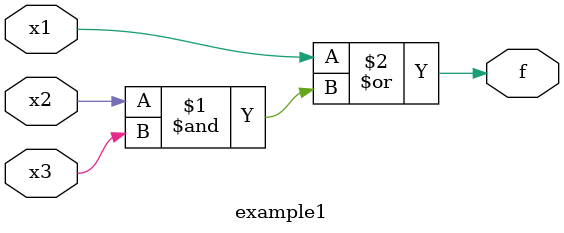
<source format=v>
module example1(x1,x2,x3,f);
input x1,x2,x3;
output f;
assign f= x1 | (x2&x3);
endmodule	
	

</source>
